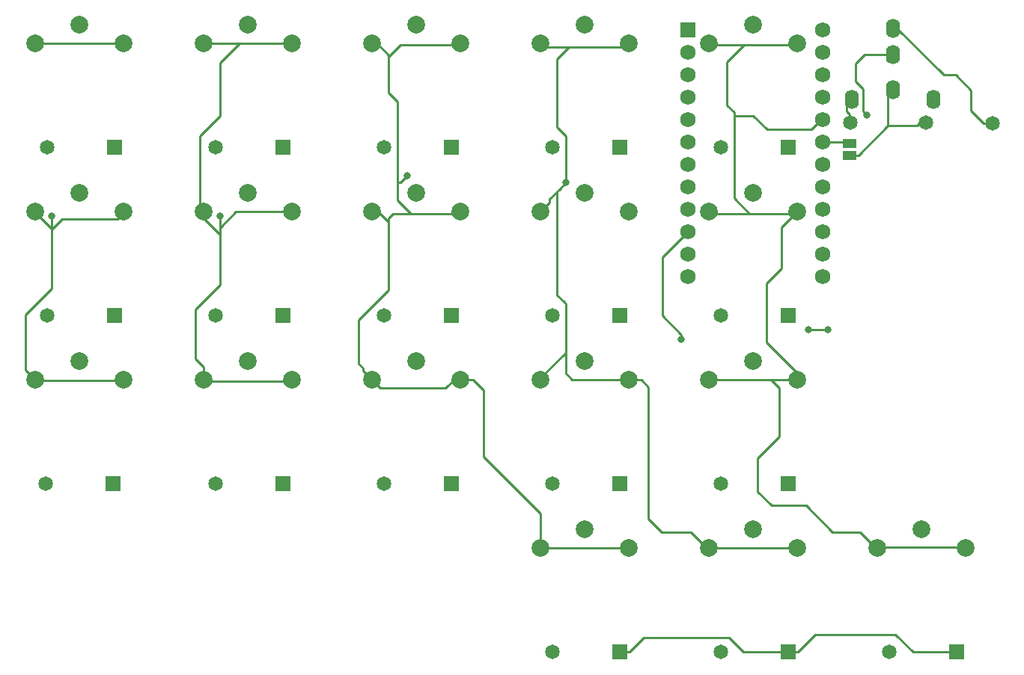
<source format=gbr>
G04 #@! TF.GenerationSoftware,KiCad,Pcbnew,(5.1.2)-2*
G04 #@! TF.CreationDate,2020-05-14T12:33:36-05:00*
G04 #@! TF.ProjectId,3DotDash,33446f74-4461-4736-982e-6b696361645f,rev?*
G04 #@! TF.SameCoordinates,Original*
G04 #@! TF.FileFunction,Copper,L1,Top*
G04 #@! TF.FilePolarity,Positive*
%FSLAX46Y46*%
G04 Gerber Fmt 4.6, Leading zero omitted, Abs format (unit mm)*
G04 Created by KiCad (PCBNEW (5.1.2)-2) date 2020-05-14 12:33:36*
%MOMM*%
%LPD*%
G04 APERTURE LIST*
%ADD10C,2.000000*%
%ADD11O,1.600000X2.200000*%
%ADD12R,1.500000X1.000000*%
%ADD13C,1.651000*%
%ADD14C,1.752600*%
%ADD15R,1.752600X1.752600*%
%ADD16R,1.651000X1.651000*%
%ADD17C,0.800000*%
%ADD18C,0.250000*%
G04 APERTURE END LIST*
D10*
X139220000Y-76441250D03*
X149220000Y-76441250D03*
X144220000Y-74341250D03*
X177320001Y-114541250D03*
X187320001Y-114541250D03*
X182320001Y-112441250D03*
X215420000Y-114541250D03*
X225420000Y-114541250D03*
X220420000Y-112441250D03*
X196370000Y-114541251D03*
X206370000Y-114541251D03*
X201370000Y-112441251D03*
X196370000Y-95491251D03*
X206370000Y-95491251D03*
X201370000Y-93391251D03*
X177320000Y-95491250D03*
X187320000Y-95491250D03*
X182320000Y-93391250D03*
X158269999Y-95491248D03*
X168269999Y-95491248D03*
X163269999Y-93391248D03*
X139220000Y-95491250D03*
X149220000Y-95491250D03*
X144220000Y-93391250D03*
X120170000Y-95491250D03*
X130170000Y-95491250D03*
X125170000Y-93391250D03*
X196370000Y-76441250D03*
X206370000Y-76441250D03*
X201370000Y-74341250D03*
X177320000Y-76441250D03*
X187320000Y-76441250D03*
X182320000Y-74341250D03*
X158270000Y-76441250D03*
X168270000Y-76441250D03*
X163270000Y-74341250D03*
X120170000Y-76441250D03*
X130170000Y-76441250D03*
X125170000Y-74341250D03*
X196370000Y-57391249D03*
X206370000Y-57391249D03*
X201370000Y-55291249D03*
X177320000Y-57391250D03*
X187320000Y-57391250D03*
X182320000Y-55291250D03*
X158270000Y-57391250D03*
X168270000Y-57391250D03*
X163270000Y-55291250D03*
X139220000Y-57391250D03*
X149220000Y-57391250D03*
X144220000Y-55291250D03*
X120170000Y-57391250D03*
X130170000Y-57391250D03*
X125170000Y-55291250D03*
D11*
X217150000Y-58650000D03*
X217150000Y-55650000D03*
X217150000Y-62650000D03*
X212550000Y-63750000D03*
X221750000Y-63750000D03*
D12*
X212270000Y-68750000D03*
X212270000Y-70050000D03*
D13*
X228410000Y-66430000D03*
X212350000Y-66370000D03*
X220910000Y-66370000D03*
D14*
X209232500Y-55880000D03*
X193992500Y-83820000D03*
X209232500Y-58420000D03*
X209232500Y-60960000D03*
X209232500Y-63500000D03*
X209232500Y-66040000D03*
X209232500Y-68580000D03*
X209232500Y-71120000D03*
X209232500Y-73660000D03*
X209232500Y-76200000D03*
X209232500Y-78740000D03*
X209232500Y-81280000D03*
X209232500Y-83820000D03*
X193992500Y-81280000D03*
X193992500Y-78740000D03*
X193992500Y-76200000D03*
X193992500Y-73660000D03*
X193992500Y-71120000D03*
X193992500Y-68580000D03*
X193992500Y-66040000D03*
X193992500Y-63500000D03*
X193992500Y-60960000D03*
X193992500Y-58420000D03*
D15*
X193992500Y-55880000D03*
D16*
X224388750Y-126278749D03*
D13*
X216768750Y-126278749D03*
D16*
X205338750Y-126278750D03*
D13*
X197718750Y-126278750D03*
D16*
X186288750Y-126278751D03*
D13*
X178668750Y-126278751D03*
D16*
X205338750Y-107228750D03*
D13*
X197718750Y-107228750D03*
D16*
X186288751Y-107228749D03*
D13*
X178668751Y-107228749D03*
D16*
X167238750Y-107228750D03*
D13*
X159618750Y-107228750D03*
D16*
X148188750Y-107228750D03*
D13*
X140568750Y-107228750D03*
D16*
X128980000Y-107228750D03*
D13*
X121360000Y-107228750D03*
D16*
X205338750Y-88178750D03*
D13*
X197718750Y-88178750D03*
D16*
X186288749Y-88178749D03*
D13*
X178668749Y-88178749D03*
D16*
X167238750Y-88178750D03*
D13*
X159618750Y-88178750D03*
D16*
X148188750Y-88178750D03*
D13*
X140568750Y-88178750D03*
D16*
X129138750Y-88178751D03*
D13*
X121518750Y-88178751D03*
D16*
X205338750Y-69128750D03*
D13*
X197718750Y-69128750D03*
D16*
X186288750Y-69128750D03*
D13*
X178668750Y-69128750D03*
D16*
X167238750Y-69128750D03*
D13*
X159618750Y-69128750D03*
D16*
X148188750Y-69128750D03*
D13*
X140568750Y-69128750D03*
D16*
X129138751Y-69128750D03*
D13*
X121518751Y-69128750D03*
D17*
X122015000Y-76971250D03*
X141065000Y-76971250D03*
X162275000Y-72385000D03*
X180181250Y-73168750D03*
X209810000Y-89810000D03*
X207630000Y-89810000D03*
X193250000Y-90940000D03*
X214240000Y-65510000D03*
D18*
X187364250Y-126278751D02*
X188953001Y-124690000D01*
X186288750Y-126278751D02*
X187364250Y-126278751D01*
X188953001Y-124690000D02*
X198660000Y-124690000D01*
X198660000Y-124690000D02*
X200230000Y-126260000D01*
X200230000Y-126260000D02*
X204840000Y-126260000D01*
X206414250Y-126278750D02*
X208373000Y-124320000D01*
X205338750Y-126278750D02*
X206414250Y-126278750D01*
X208373000Y-124320000D02*
X217470000Y-124320000D01*
X217470000Y-124320000D02*
X219440000Y-126290000D01*
X219440000Y-126290000D02*
X223710000Y-126290000D01*
X123190000Y-77280000D02*
X129470000Y-77280000D01*
X122015000Y-78455000D02*
X123190000Y-77280000D01*
X122015000Y-76971250D02*
X122015000Y-76971250D01*
X129470000Y-77280000D02*
X129864874Y-76885126D01*
X123514749Y-95535251D02*
X129464999Y-95535251D01*
X122015000Y-76971250D02*
X122015000Y-78455000D01*
X122015000Y-81978750D02*
X122015000Y-78455000D01*
X122015000Y-85153750D02*
X122015000Y-81978750D01*
X119062500Y-88106250D02*
X122015000Y-85153750D01*
X120170000Y-95491250D02*
X119062500Y-94383750D01*
X119062500Y-94383750D02*
X119062500Y-88106250D01*
X122015000Y-78455000D02*
X122015000Y-78358750D01*
X122015000Y-78358750D02*
X120650000Y-76993750D01*
X128755787Y-57391250D02*
X128754537Y-57390000D01*
X130170000Y-57391250D02*
X128755787Y-57391250D01*
X128754537Y-57390000D02*
X120370000Y-57390000D01*
X148514999Y-57390000D02*
X148514999Y-57435251D01*
X143280000Y-57390000D02*
X148514999Y-57390000D01*
X141065000Y-59605000D02*
X143280000Y-57390000D01*
X141065000Y-59605000D02*
X141065000Y-62928750D01*
X142180000Y-95640000D02*
X148510000Y-95640000D01*
X141065000Y-78195000D02*
X141115000Y-78195000D01*
X141065000Y-76971250D02*
X141065000Y-76971250D01*
X141115000Y-78195000D02*
X142880000Y-76430000D01*
X142880000Y-76430000D02*
X148580000Y-76430000D01*
X141065000Y-76971250D02*
X141065000Y-78195000D01*
X143280000Y-57390000D02*
X139680000Y-57390000D01*
X142180000Y-95640000D02*
X139720000Y-95640000D01*
X139220000Y-94077037D02*
X138250000Y-93107037D01*
X139220000Y-95491250D02*
X139220000Y-94077037D01*
X138250000Y-93107037D02*
X138250000Y-87520000D01*
X141065000Y-84705000D02*
X141065000Y-81295000D01*
X138250000Y-87520000D02*
X141065000Y-84705000D01*
X141065000Y-81295000D02*
X141065000Y-82772500D01*
X141065000Y-62928750D02*
X141065000Y-65615000D01*
X141065000Y-65615000D02*
X138780000Y-67900000D01*
X138780000Y-67900000D02*
X138780000Y-75550000D01*
X138780000Y-75550000D02*
X139300000Y-76070000D01*
X141065000Y-79305000D02*
X141065000Y-79055000D01*
X141065000Y-79305000D02*
X141065000Y-81295000D01*
X141065000Y-78195000D02*
X141065000Y-79305000D01*
X141065000Y-79055000D02*
X138790000Y-76780000D01*
X161244999Y-96405001D02*
X166584999Y-96405001D01*
X166584999Y-96405001D02*
X166735000Y-96255000D01*
X166735000Y-96255000D02*
X167550000Y-95440000D01*
X161880000Y-57550000D02*
X167600000Y-57550000D01*
X161450000Y-57550000D02*
X161880000Y-57550000D01*
X160115000Y-58885000D02*
X161450000Y-57550000D01*
X160115000Y-62928750D02*
X160115000Y-58885000D01*
X161131250Y-75171250D02*
X162620000Y-76660000D01*
X161131250Y-74541250D02*
X161131250Y-75171250D01*
X162620000Y-76660000D02*
X167440000Y-76660000D01*
X161470000Y-76660000D02*
X162620000Y-76660000D01*
X161131250Y-73171250D02*
X161488750Y-73171250D01*
X161131250Y-74541250D02*
X161131250Y-73171250D01*
X161488750Y-73171250D02*
X162275000Y-72385000D01*
X161244999Y-96405001D02*
X159225001Y-96405001D01*
X159225001Y-96405001D02*
X158430000Y-95610000D01*
X157270000Y-94491249D02*
X157270000Y-94170000D01*
X158269999Y-95491248D02*
X157270000Y-94491249D01*
X157270000Y-94170000D02*
X156730000Y-93630000D01*
X156730000Y-93630000D02*
X156730000Y-88690000D01*
X160115000Y-85305000D02*
X160115000Y-81535000D01*
X156730000Y-88690000D02*
X160115000Y-85305000D01*
X160115000Y-77925000D02*
X160115000Y-81535000D01*
X160115000Y-81535000D02*
X160115000Y-81978750D01*
X160115000Y-77925000D02*
X160115000Y-77575000D01*
X160115000Y-77575000D02*
X159210000Y-76670000D01*
X159210000Y-76670000D02*
X158650000Y-76670000D01*
X160115000Y-77575000D02*
X160115000Y-77205000D01*
X160660000Y-76660000D02*
X161470000Y-76660000D01*
X160115000Y-77205000D02*
X160660000Y-76660000D01*
X161131250Y-63945000D02*
X160115000Y-62928750D01*
X161131250Y-73171250D02*
X161131250Y-63945000D01*
X160115000Y-58885000D02*
X160115000Y-58695000D01*
X160115000Y-58695000D02*
X158900000Y-57480000D01*
X158900000Y-57480000D02*
X158390000Y-57480000D01*
X185905788Y-114541250D02*
X185887038Y-114560000D01*
X187320001Y-114541250D02*
X185905788Y-114541250D01*
X185887038Y-114560000D02*
X177630000Y-114560000D01*
X177337500Y-113109538D02*
X177337500Y-110662500D01*
X177320001Y-113127037D02*
X177337500Y-113109538D01*
X177320001Y-114541250D02*
X177320001Y-113127037D01*
X170837500Y-96644536D02*
X170837500Y-104162500D01*
X169684212Y-95491248D02*
X170837500Y-96644536D01*
X168269999Y-95491248D02*
X169684212Y-95491248D01*
X177337500Y-110662500D02*
X170837500Y-104162500D01*
X180550000Y-57810000D02*
X186280000Y-57810000D01*
X179165000Y-59195000D02*
X180550000Y-57810000D01*
X179165000Y-59195000D02*
X179165000Y-62928750D01*
X186280000Y-57810000D02*
X186450000Y-57640000D01*
X205664999Y-114490000D02*
X205664999Y-114585252D01*
X200070000Y-114490000D02*
X205664999Y-114490000D01*
X179165000Y-81978750D02*
X179165000Y-74185000D01*
X180181250Y-67852500D02*
X180181250Y-73168750D01*
X180181250Y-73168750D02*
X180181250Y-73168750D01*
X180181250Y-93662500D02*
X180181250Y-94721250D01*
X180181250Y-94721250D02*
X180900000Y-95440000D01*
X180900000Y-95440000D02*
X187260000Y-95440000D01*
X180550000Y-57810000D02*
X177200000Y-57810000D01*
X179165000Y-66836250D02*
X180181250Y-67852500D01*
X179165000Y-62928750D02*
X179165000Y-66836250D01*
X178319999Y-75030001D02*
X179500000Y-73850000D01*
X178319999Y-75441251D02*
X178319999Y-75030001D01*
X177320000Y-76441250D02*
X178319999Y-75441251D01*
X179165000Y-74185000D02*
X179500000Y-73850000D01*
X179500000Y-73850000D02*
X180181250Y-73168750D01*
X179165000Y-85886250D02*
X179989375Y-86710625D01*
X179165000Y-81978750D02*
X179165000Y-85886250D01*
X180181250Y-86902500D02*
X179989375Y-86710625D01*
X180181250Y-91538750D02*
X180181250Y-92418750D01*
X180181250Y-91538750D02*
X180181250Y-86902500D01*
X180181250Y-93662500D02*
X180181250Y-91538750D01*
X180181250Y-92418750D02*
X177180000Y-95420000D01*
X188734213Y-95491250D02*
X189530000Y-96287037D01*
X187320000Y-95491250D02*
X188734213Y-95491250D01*
X189530000Y-111235000D02*
X191007500Y-112712500D01*
X189530000Y-96287037D02*
X189530000Y-111235000D01*
X193997500Y-112712500D02*
X194292500Y-112712500D01*
X191007500Y-112712500D02*
X193997500Y-112712500D01*
X194292500Y-112712500D02*
X196390000Y-114810000D01*
X199920000Y-76650000D02*
X200960000Y-76650000D01*
X200960000Y-76650000D02*
X205750000Y-76650000D01*
X123514749Y-95535251D02*
X120595251Y-95535251D01*
X200070000Y-114490000D02*
X196660000Y-114490000D01*
X197784213Y-95491251D02*
X197785464Y-95490000D01*
X196370000Y-95491251D02*
X197784213Y-95491251D01*
X203410000Y-95490000D02*
X202690000Y-95490000D01*
X204310000Y-96390000D02*
X203410000Y-95490000D01*
X204310000Y-101930000D02*
X204310000Y-96390000D01*
X201850000Y-104390000D02*
X204310000Y-101930000D01*
X201850000Y-108150000D02*
X201850000Y-104390000D01*
X203438749Y-109738749D02*
X201850000Y-108150000D01*
X207369999Y-109738749D02*
X203438749Y-109738749D01*
X202690000Y-95490000D02*
X206180000Y-95490000D01*
X197785464Y-95490000D02*
X202690000Y-95490000D01*
X215170000Y-114410000D02*
X213472500Y-112712500D01*
X224500000Y-114410000D02*
X215170000Y-114410000D01*
X213472500Y-112712500D02*
X210343750Y-112712500D01*
X210343750Y-112712500D02*
X207369999Y-109738749D01*
X199920000Y-76650000D02*
X196790000Y-76650000D01*
X199760000Y-57590000D02*
X196930000Y-57590000D01*
X198400000Y-59540000D02*
X200350000Y-57590000D01*
X199760000Y-57590000D02*
X200350000Y-57590000D01*
X200960000Y-76650000D02*
X199231250Y-74921250D01*
X199231250Y-65201250D02*
X198400000Y-64370000D01*
X200350000Y-57590000D02*
X205850000Y-57590000D01*
X198400000Y-64370000D02*
X198400000Y-59540000D01*
X199231250Y-65568750D02*
X201388750Y-65568750D01*
X199231250Y-65568750D02*
X199231250Y-65201250D01*
X199231250Y-74921250D02*
X199231250Y-65568750D01*
X201388750Y-65568750D02*
X202960000Y-67140000D01*
X202960000Y-67140000D02*
X207980000Y-67140000D01*
X207980000Y-67140000D02*
X208930000Y-66190000D01*
X206370000Y-76441250D02*
X204581250Y-78230000D01*
X204581250Y-78230000D02*
X204581250Y-82858750D01*
X204581250Y-82858750D02*
X202890000Y-84550000D01*
X202890000Y-84550000D02*
X202890000Y-91240000D01*
X202890000Y-91240000D02*
X206460000Y-94810000D01*
X206460000Y-94810000D02*
X206460000Y-95670000D01*
X213270000Y-70050000D02*
X216610000Y-66710000D01*
X212270000Y-70050000D02*
X213270000Y-70050000D01*
X216610000Y-66710000D02*
X216610000Y-63120000D01*
X216610000Y-66710000D02*
X219880000Y-66710000D01*
X219880000Y-66710000D02*
X220320000Y-66270000D01*
X211910000Y-65070000D02*
X212250000Y-65410000D01*
X211910000Y-63720000D02*
X211910000Y-65070000D01*
X212250000Y-65410000D02*
X212250000Y-66240000D01*
X217560000Y-55620000D02*
X222920000Y-60980000D01*
X216510000Y-55620000D02*
X217560000Y-55620000D01*
X222920000Y-60980000D02*
X224290000Y-60980000D01*
X224290000Y-60980000D02*
X226010000Y-62700000D01*
X226010000Y-65020000D02*
X227400000Y-66410000D01*
X226010000Y-62700000D02*
X226010000Y-65020000D01*
X227400000Y-66410000D02*
X228300000Y-66410000D01*
X209232500Y-68580000D02*
X211930000Y-68580000D01*
X211930000Y-68580000D02*
X211990000Y-68640000D01*
X193992500Y-78740000D02*
X191100000Y-81632500D01*
X209810000Y-89810000D02*
X209810000Y-89810000D01*
X209810000Y-89810000D02*
X207630000Y-89810000D01*
X191100000Y-88224315D02*
X191100000Y-83160000D01*
X193250000Y-90374315D02*
X191100000Y-88224315D01*
X193250000Y-90940000D02*
X193250000Y-90374315D01*
X191100000Y-81632500D02*
X191100000Y-83160000D01*
X191100000Y-83160000D02*
X191100000Y-83850000D01*
X216490000Y-59370000D02*
X217180000Y-58680000D01*
X213779999Y-65049999D02*
X214240000Y-65510000D01*
X213779999Y-63041003D02*
X213779999Y-65049999D01*
X213779999Y-63041003D02*
X213779999Y-62519999D01*
X213779999Y-62519999D02*
X212930000Y-61670000D01*
X212930000Y-61670000D02*
X212930000Y-59680000D01*
X212930000Y-59680000D02*
X213950000Y-58660000D01*
X213950000Y-58660000D02*
X217000000Y-58660000D01*
M02*

</source>
